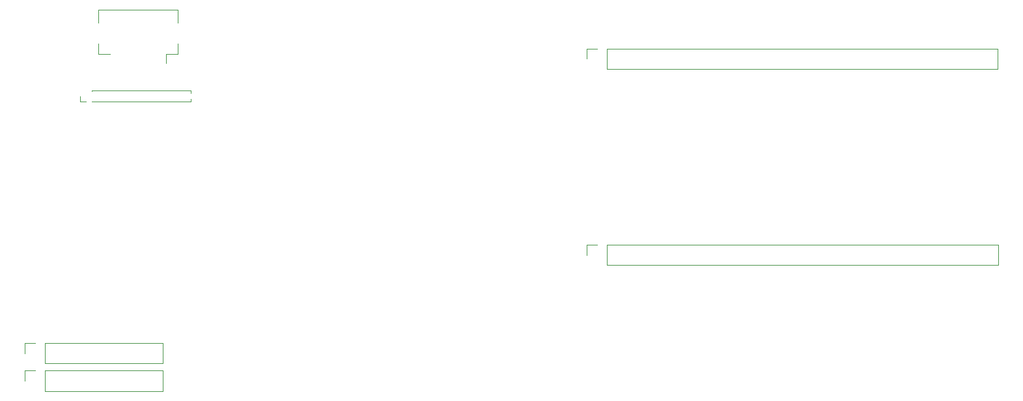
<source format=gbr>
%TF.GenerationSoftware,KiCad,Pcbnew,9.0.7*%
%TF.CreationDate,2026-01-30T17:59:14-03:00*%
%TF.ProjectId,pcb_geral,7063625f-6765-4726-916c-2e6b69636164,rev?*%
%TF.SameCoordinates,Original*%
%TF.FileFunction,Legend,Top*%
%TF.FilePolarity,Positive*%
%FSLAX46Y46*%
G04 Gerber Fmt 4.6, Leading zero omitted, Abs format (unit mm)*
G04 Created by KiCad (PCBNEW 9.0.7) date 2026-01-30 17:59:14*
%MOMM*%
%LPD*%
G01*
G04 APERTURE LIST*
%ADD10C,0.120000*%
G04 APERTURE END LIST*
D10*
%TO.C,ESP32PinSocket_2*%
X156390000Y-108420000D02*
X157720000Y-108420000D01*
X156390000Y-109750000D02*
X156390000Y-108420000D01*
X158990000Y-108420000D02*
X209850000Y-108420000D01*
X158990000Y-111080000D02*
X158990000Y-108420000D01*
X158990000Y-111080000D02*
X209850000Y-111080000D01*
X209850000Y-111080000D02*
X209850000Y-108420000D01*
%TO.C,KeyboardSocket_2*%
X83300000Y-124790000D02*
X84630000Y-124790000D01*
X83300000Y-126120000D02*
X83300000Y-124790000D01*
X85900000Y-124790000D02*
X101200000Y-124790000D01*
X85900000Y-127450000D02*
X85900000Y-124790000D01*
X85900000Y-127450000D02*
X101200000Y-127450000D01*
X101200000Y-127450000D02*
X101200000Y-124790000D01*
%TO.C,FlatCable_Header*%
X90515000Y-89845000D02*
X90515000Y-89100000D01*
X91250000Y-89845000D02*
X90515000Y-89845000D01*
X91985000Y-88355000D02*
X104860000Y-88355000D01*
X91985000Y-88414435D02*
X91985000Y-88355000D01*
X91985000Y-89845000D02*
X91985000Y-89785565D01*
X91985000Y-89845000D02*
X104860000Y-89845000D01*
X104860000Y-88689970D02*
X104860000Y-88355000D01*
X104860000Y-89845000D02*
X104860000Y-89510030D01*
%TO.C,ESP32PinSocket_1*%
X156340000Y-82920000D02*
X157670000Y-82920000D01*
X156340000Y-84250000D02*
X156340000Y-82920000D01*
X158940000Y-82920000D02*
X209800000Y-82920000D01*
X158940000Y-85580000D02*
X158940000Y-82920000D01*
X158940000Y-85580000D02*
X209800000Y-85580000D01*
X209800000Y-85580000D02*
X209800000Y-82920000D01*
%TO.C,KeyboardSocket_1*%
X83320000Y-121220000D02*
X84650000Y-121220000D01*
X83320000Y-122550000D02*
X83320000Y-121220000D01*
X85920000Y-121220000D02*
X101220000Y-121220000D01*
X85920000Y-123880000D02*
X85920000Y-121220000D01*
X85920000Y-123880000D02*
X101220000Y-123880000D01*
X101220000Y-123880000D02*
X101220000Y-121220000D01*
%TO.C,FlatCableSocket*%
X92850000Y-77850000D02*
X92850000Y-79590000D01*
X92850000Y-83650000D02*
X92850000Y-82310000D01*
X94340000Y-83650000D02*
X92850000Y-83650000D01*
X101660000Y-83650000D02*
X101660000Y-84850000D01*
X101660000Y-83650000D02*
X103150000Y-83650000D01*
X103150000Y-77850000D02*
X92850000Y-77850000D01*
X103150000Y-79590000D02*
X103150000Y-77850000D01*
X103150000Y-83650000D02*
X103150000Y-82310000D01*
%TD*%
M02*

</source>
